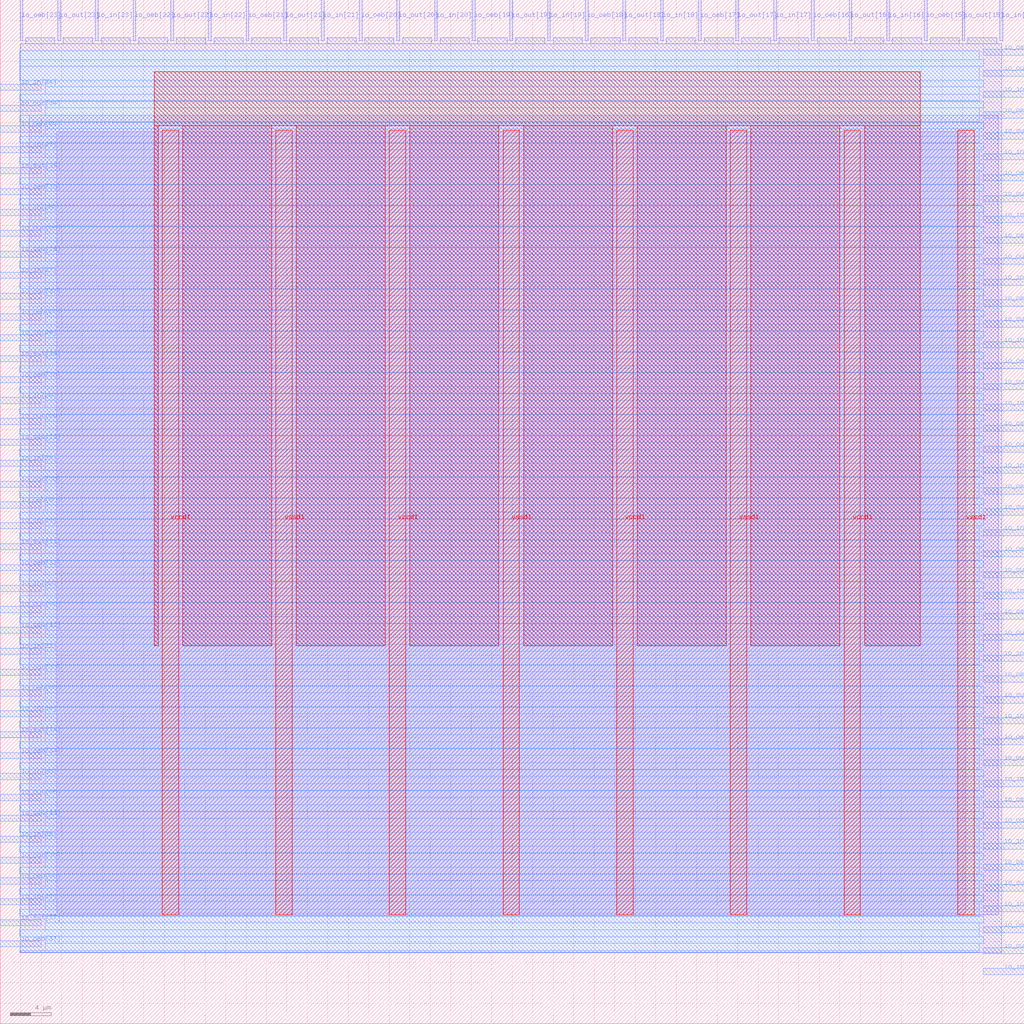
<source format=lef>
VERSION 5.7 ;
  NOWIREEXTENSIONATPIN ON ;
  DIVIDERCHAR "/" ;
  BUSBITCHARS "[]" ;
MACRO tiny_user_project
  CLASS BLOCK ;
  FOREIGN tiny_user_project ;
  ORIGIN 0.000 0.000 ;
  SIZE 100.000 BY 100.000 ;
  PIN io_in[0]
    DIRECTION INPUT ;
    USE SIGNAL ;
    PORT
      LAYER met3 ;
        RECT 96.000 4.800 100.000 5.400 ;
    END
  END io_in[0]
  PIN io_in[10]
    DIRECTION INPUT ;
    USE SIGNAL ;
    PORT
      LAYER met3 ;
        RECT 96.000 66.000 100.000 66.600 ;
    END
  END io_in[10]
  PIN io_in[11]
    DIRECTION INPUT ;
    USE SIGNAL ;
    PORT
      LAYER met3 ;
        RECT 96.000 72.120 100.000 72.720 ;
    END
  END io_in[11]
  PIN io_in[12]
    DIRECTION INPUT ;
    USE SIGNAL ;
    PORT
      LAYER met3 ;
        RECT 96.000 78.240 100.000 78.840 ;
    END
  END io_in[12]
  PIN io_in[13]
    DIRECTION INPUT ;
    USE SIGNAL ;
    PORT
      LAYER met3 ;
        RECT 96.000 84.360 100.000 84.960 ;
    END
  END io_in[13]
  PIN io_in[14]
    DIRECTION INPUT ;
    USE SIGNAL ;
    PORT
      LAYER met3 ;
        RECT 96.000 90.480 100.000 91.080 ;
    END
  END io_in[14]
  PIN io_in[15]
    DIRECTION INPUT ;
    USE SIGNAL ;
    PORT
      LAYER met2 ;
        RECT 97.610 96.000 97.890 100.000 ;
    END
  END io_in[15]
  PIN io_in[16]
    DIRECTION INPUT ;
    USE SIGNAL ;
    PORT
      LAYER met2 ;
        RECT 86.570 96.000 86.850 100.000 ;
    END
  END io_in[16]
  PIN io_in[17]
    DIRECTION INPUT ;
    USE SIGNAL ;
    PORT
      LAYER met2 ;
        RECT 75.530 96.000 75.810 100.000 ;
    END
  END io_in[17]
  PIN io_in[18]
    DIRECTION INPUT ;
    USE SIGNAL ;
    PORT
      LAYER met2 ;
        RECT 64.490 96.000 64.770 100.000 ;
    END
  END io_in[18]
  PIN io_in[19]
    DIRECTION INPUT ;
    USE SIGNAL ;
    PORT
      LAYER met2 ;
        RECT 53.450 96.000 53.730 100.000 ;
    END
  END io_in[19]
  PIN io_in[1]
    DIRECTION INPUT ;
    USE SIGNAL ;
    PORT
      LAYER met3 ;
        RECT 96.000 10.920 100.000 11.520 ;
    END
  END io_in[1]
  PIN io_in[20]
    DIRECTION INPUT ;
    USE SIGNAL ;
    PORT
      LAYER met2 ;
        RECT 42.410 96.000 42.690 100.000 ;
    END
  END io_in[20]
  PIN io_in[21]
    DIRECTION INPUT ;
    USE SIGNAL ;
    PORT
      LAYER met2 ;
        RECT 31.370 96.000 31.650 100.000 ;
    END
  END io_in[21]
  PIN io_in[22]
    DIRECTION INPUT ;
    USE SIGNAL ;
    PORT
      LAYER met2 ;
        RECT 20.330 96.000 20.610 100.000 ;
    END
  END io_in[22]
  PIN io_in[23]
    DIRECTION INPUT ;
    USE SIGNAL ;
    PORT
      LAYER met2 ;
        RECT 9.290 96.000 9.570 100.000 ;
    END
  END io_in[23]
  PIN io_in[24]
    DIRECTION INPUT ;
    USE SIGNAL ;
    PORT
      LAYER met3 ;
        RECT 0.000 91.160 4.000 91.760 ;
    END
  END io_in[24]
  PIN io_in[25]
    DIRECTION INPUT ;
    USE SIGNAL ;
    PORT
      LAYER met3 ;
        RECT 0.000 85.040 4.000 85.640 ;
    END
  END io_in[25]
  PIN io_in[26]
    DIRECTION INPUT ;
    USE SIGNAL ;
    PORT
      LAYER met3 ;
        RECT 0.000 78.920 4.000 79.520 ;
    END
  END io_in[26]
  PIN io_in[27]
    DIRECTION INPUT ;
    USE SIGNAL ;
    PORT
      LAYER met3 ;
        RECT 0.000 72.800 4.000 73.400 ;
    END
  END io_in[27]
  PIN io_in[28]
    DIRECTION INPUT ;
    USE SIGNAL ;
    PORT
      LAYER met3 ;
        RECT 0.000 66.680 4.000 67.280 ;
    END
  END io_in[28]
  PIN io_in[29]
    DIRECTION INPUT ;
    USE SIGNAL ;
    PORT
      LAYER met3 ;
        RECT 0.000 60.560 4.000 61.160 ;
    END
  END io_in[29]
  PIN io_in[2]
    DIRECTION INPUT ;
    USE SIGNAL ;
    PORT
      LAYER met3 ;
        RECT 96.000 17.040 100.000 17.640 ;
    END
  END io_in[2]
  PIN io_in[30]
    DIRECTION INPUT ;
    USE SIGNAL ;
    PORT
      LAYER met3 ;
        RECT 0.000 54.440 4.000 55.040 ;
    END
  END io_in[30]
  PIN io_in[31]
    DIRECTION INPUT ;
    USE SIGNAL ;
    PORT
      LAYER met3 ;
        RECT 0.000 48.320 4.000 48.920 ;
    END
  END io_in[31]
  PIN io_in[32]
    DIRECTION INPUT ;
    USE SIGNAL ;
    PORT
      LAYER met3 ;
        RECT 0.000 42.200 4.000 42.800 ;
    END
  END io_in[32]
  PIN io_in[33]
    DIRECTION INPUT ;
    USE SIGNAL ;
    PORT
      LAYER met3 ;
        RECT 0.000 36.080 4.000 36.680 ;
    END
  END io_in[33]
  PIN io_in[34]
    DIRECTION INPUT ;
    USE SIGNAL ;
    PORT
      LAYER met3 ;
        RECT 0.000 29.960 4.000 30.560 ;
    END
  END io_in[34]
  PIN io_in[35]
    DIRECTION INPUT ;
    USE SIGNAL ;
    PORT
      LAYER met3 ;
        RECT 0.000 23.840 4.000 24.440 ;
    END
  END io_in[35]
  PIN io_in[36]
    DIRECTION INPUT ;
    USE SIGNAL ;
    PORT
      LAYER met3 ;
        RECT 0.000 17.720 4.000 18.320 ;
    END
  END io_in[36]
  PIN io_in[37]
    DIRECTION INPUT ;
    USE SIGNAL ;
    PORT
      LAYER met3 ;
        RECT 0.000 11.600 4.000 12.200 ;
    END
  END io_in[37]
  PIN io_in[3]
    DIRECTION INPUT ;
    USE SIGNAL ;
    PORT
      LAYER met3 ;
        RECT 96.000 23.160 100.000 23.760 ;
    END
  END io_in[3]
  PIN io_in[4]
    DIRECTION INPUT ;
    USE SIGNAL ;
    PORT
      LAYER met3 ;
        RECT 96.000 29.280 100.000 29.880 ;
    END
  END io_in[4]
  PIN io_in[5]
    DIRECTION INPUT ;
    USE SIGNAL ;
    PORT
      LAYER met3 ;
        RECT 96.000 35.400 100.000 36.000 ;
    END
  END io_in[5]
  PIN io_in[6]
    DIRECTION INPUT ;
    USE SIGNAL ;
    PORT
      LAYER met3 ;
        RECT 96.000 41.520 100.000 42.120 ;
    END
  END io_in[6]
  PIN io_in[7]
    DIRECTION INPUT ;
    USE SIGNAL ;
    PORT
      LAYER met3 ;
        RECT 96.000 47.640 100.000 48.240 ;
    END
  END io_in[7]
  PIN io_in[8]
    DIRECTION INPUT ;
    USE SIGNAL ;
    PORT
      LAYER met3 ;
        RECT 96.000 53.760 100.000 54.360 ;
    END
  END io_in[8]
  PIN io_in[9]
    DIRECTION INPUT ;
    USE SIGNAL ;
    PORT
      LAYER met3 ;
        RECT 96.000 59.880 100.000 60.480 ;
    END
  END io_in[9]
  PIN io_oeb[0]
    DIRECTION OUTPUT TRISTATE ;
    USE SIGNAL ;
    PORT
      LAYER met3 ;
        RECT 96.000 8.880 100.000 9.480 ;
    END
  END io_oeb[0]
  PIN io_oeb[10]
    DIRECTION OUTPUT TRISTATE ;
    USE SIGNAL ;
    PORT
      LAYER met3 ;
        RECT 96.000 70.080 100.000 70.680 ;
    END
  END io_oeb[10]
  PIN io_oeb[11]
    DIRECTION OUTPUT TRISTATE ;
    USE SIGNAL ;
    PORT
      LAYER met3 ;
        RECT 96.000 76.200 100.000 76.800 ;
    END
  END io_oeb[11]
  PIN io_oeb[12]
    DIRECTION OUTPUT TRISTATE ;
    USE SIGNAL ;
    PORT
      LAYER met3 ;
        RECT 96.000 82.320 100.000 82.920 ;
    END
  END io_oeb[12]
  PIN io_oeb[13]
    DIRECTION OUTPUT TRISTATE ;
    USE SIGNAL ;
    PORT
      LAYER met3 ;
        RECT 96.000 88.440 100.000 89.040 ;
    END
  END io_oeb[13]
  PIN io_oeb[14]
    DIRECTION OUTPUT TRISTATE ;
    USE SIGNAL ;
    PORT
      LAYER met3 ;
        RECT 96.000 94.560 100.000 95.160 ;
    END
  END io_oeb[14]
  PIN io_oeb[15]
    DIRECTION OUTPUT TRISTATE ;
    USE SIGNAL ;
    PORT
      LAYER met2 ;
        RECT 90.250 96.000 90.530 100.000 ;
    END
  END io_oeb[15]
  PIN io_oeb[16]
    DIRECTION OUTPUT TRISTATE ;
    USE SIGNAL ;
    PORT
      LAYER met2 ;
        RECT 79.210 96.000 79.490 100.000 ;
    END
  END io_oeb[16]
  PIN io_oeb[17]
    DIRECTION OUTPUT TRISTATE ;
    USE SIGNAL ;
    PORT
      LAYER met2 ;
        RECT 68.170 96.000 68.450 100.000 ;
    END
  END io_oeb[17]
  PIN io_oeb[18]
    DIRECTION OUTPUT TRISTATE ;
    USE SIGNAL ;
    PORT
      LAYER met2 ;
        RECT 57.130 96.000 57.410 100.000 ;
    END
  END io_oeb[18]
  PIN io_oeb[19]
    DIRECTION OUTPUT TRISTATE ;
    USE SIGNAL ;
    PORT
      LAYER met2 ;
        RECT 46.090 96.000 46.370 100.000 ;
    END
  END io_oeb[19]
  PIN io_oeb[1]
    DIRECTION OUTPUT TRISTATE ;
    USE SIGNAL ;
    PORT
      LAYER met3 ;
        RECT 96.000 15.000 100.000 15.600 ;
    END
  END io_oeb[1]
  PIN io_oeb[20]
    DIRECTION OUTPUT TRISTATE ;
    USE SIGNAL ;
    PORT
      LAYER met2 ;
        RECT 35.050 96.000 35.330 100.000 ;
    END
  END io_oeb[20]
  PIN io_oeb[21]
    DIRECTION OUTPUT TRISTATE ;
    USE SIGNAL ;
    PORT
      LAYER met2 ;
        RECT 24.010 96.000 24.290 100.000 ;
    END
  END io_oeb[21]
  PIN io_oeb[22]
    DIRECTION OUTPUT TRISTATE ;
    USE SIGNAL ;
    PORT
      LAYER met2 ;
        RECT 12.970 96.000 13.250 100.000 ;
    END
  END io_oeb[22]
  PIN io_oeb[23]
    DIRECTION OUTPUT TRISTATE ;
    USE SIGNAL ;
    PORT
      LAYER met2 ;
        RECT 1.930 96.000 2.210 100.000 ;
    END
  END io_oeb[23]
  PIN io_oeb[24]
    DIRECTION OUTPUT TRISTATE ;
    USE SIGNAL ;
    PORT
      LAYER met3 ;
        RECT 0.000 87.080 4.000 87.680 ;
    END
  END io_oeb[24]
  PIN io_oeb[25]
    DIRECTION OUTPUT TRISTATE ;
    USE SIGNAL ;
    PORT
      LAYER met3 ;
        RECT 0.000 80.960 4.000 81.560 ;
    END
  END io_oeb[25]
  PIN io_oeb[26]
    DIRECTION OUTPUT TRISTATE ;
    USE SIGNAL ;
    PORT
      LAYER met3 ;
        RECT 0.000 74.840 4.000 75.440 ;
    END
  END io_oeb[26]
  PIN io_oeb[27]
    DIRECTION OUTPUT TRISTATE ;
    USE SIGNAL ;
    PORT
      LAYER met3 ;
        RECT 0.000 68.720 4.000 69.320 ;
    END
  END io_oeb[27]
  PIN io_oeb[28]
    DIRECTION OUTPUT TRISTATE ;
    USE SIGNAL ;
    PORT
      LAYER met3 ;
        RECT 0.000 62.600 4.000 63.200 ;
    END
  END io_oeb[28]
  PIN io_oeb[29]
    DIRECTION OUTPUT TRISTATE ;
    USE SIGNAL ;
    PORT
      LAYER met3 ;
        RECT 0.000 56.480 4.000 57.080 ;
    END
  END io_oeb[29]
  PIN io_oeb[2]
    DIRECTION OUTPUT TRISTATE ;
    USE SIGNAL ;
    PORT
      LAYER met3 ;
        RECT 96.000 21.120 100.000 21.720 ;
    END
  END io_oeb[2]
  PIN io_oeb[30]
    DIRECTION OUTPUT TRISTATE ;
    USE SIGNAL ;
    PORT
      LAYER met3 ;
        RECT 0.000 50.360 4.000 50.960 ;
    END
  END io_oeb[30]
  PIN io_oeb[31]
    DIRECTION OUTPUT TRISTATE ;
    USE SIGNAL ;
    PORT
      LAYER met3 ;
        RECT 0.000 44.240 4.000 44.840 ;
    END
  END io_oeb[31]
  PIN io_oeb[32]
    DIRECTION OUTPUT TRISTATE ;
    USE SIGNAL ;
    PORT
      LAYER met3 ;
        RECT 0.000 38.120 4.000 38.720 ;
    END
  END io_oeb[32]
  PIN io_oeb[33]
    DIRECTION OUTPUT TRISTATE ;
    USE SIGNAL ;
    PORT
      LAYER met3 ;
        RECT 0.000 32.000 4.000 32.600 ;
    END
  END io_oeb[33]
  PIN io_oeb[34]
    DIRECTION OUTPUT TRISTATE ;
    USE SIGNAL ;
    PORT
      LAYER met3 ;
        RECT 0.000 25.880 4.000 26.480 ;
    END
  END io_oeb[34]
  PIN io_oeb[35]
    DIRECTION OUTPUT TRISTATE ;
    USE SIGNAL ;
    PORT
      LAYER met3 ;
        RECT 0.000 19.760 4.000 20.360 ;
    END
  END io_oeb[35]
  PIN io_oeb[36]
    DIRECTION OUTPUT TRISTATE ;
    USE SIGNAL ;
    PORT
      LAYER met3 ;
        RECT 0.000 13.640 4.000 14.240 ;
    END
  END io_oeb[36]
  PIN io_oeb[37]
    DIRECTION OUTPUT TRISTATE ;
    USE SIGNAL ;
    PORT
      LAYER met3 ;
        RECT 0.000 7.520 4.000 8.120 ;
    END
  END io_oeb[37]
  PIN io_oeb[3]
    DIRECTION OUTPUT TRISTATE ;
    USE SIGNAL ;
    PORT
      LAYER met3 ;
        RECT 96.000 27.240 100.000 27.840 ;
    END
  END io_oeb[3]
  PIN io_oeb[4]
    DIRECTION OUTPUT TRISTATE ;
    USE SIGNAL ;
    PORT
      LAYER met3 ;
        RECT 96.000 33.360 100.000 33.960 ;
    END
  END io_oeb[4]
  PIN io_oeb[5]
    DIRECTION OUTPUT TRISTATE ;
    USE SIGNAL ;
    PORT
      LAYER met3 ;
        RECT 96.000 39.480 100.000 40.080 ;
    END
  END io_oeb[5]
  PIN io_oeb[6]
    DIRECTION OUTPUT TRISTATE ;
    USE SIGNAL ;
    PORT
      LAYER met3 ;
        RECT 96.000 45.600 100.000 46.200 ;
    END
  END io_oeb[6]
  PIN io_oeb[7]
    DIRECTION OUTPUT TRISTATE ;
    USE SIGNAL ;
    PORT
      LAYER met3 ;
        RECT 96.000 51.720 100.000 52.320 ;
    END
  END io_oeb[7]
  PIN io_oeb[8]
    DIRECTION OUTPUT TRISTATE ;
    USE SIGNAL ;
    PORT
      LAYER met3 ;
        RECT 96.000 57.840 100.000 58.440 ;
    END
  END io_oeb[8]
  PIN io_oeb[9]
    DIRECTION OUTPUT TRISTATE ;
    USE SIGNAL ;
    PORT
      LAYER met3 ;
        RECT 96.000 63.960 100.000 64.560 ;
    END
  END io_oeb[9]
  PIN io_out[0]
    DIRECTION OUTPUT TRISTATE ;
    USE SIGNAL ;
    PORT
      LAYER met3 ;
        RECT 96.000 6.840 100.000 7.440 ;
    END
  END io_out[0]
  PIN io_out[10]
    DIRECTION OUTPUT TRISTATE ;
    USE SIGNAL ;
    PORT
      LAYER met3 ;
        RECT 96.000 68.040 100.000 68.640 ;
    END
  END io_out[10]
  PIN io_out[11]
    DIRECTION OUTPUT TRISTATE ;
    USE SIGNAL ;
    PORT
      LAYER met3 ;
        RECT 96.000 74.160 100.000 74.760 ;
    END
  END io_out[11]
  PIN io_out[12]
    DIRECTION OUTPUT TRISTATE ;
    USE SIGNAL ;
    PORT
      LAYER met3 ;
        RECT 96.000 80.280 100.000 80.880 ;
    END
  END io_out[12]
  PIN io_out[13]
    DIRECTION OUTPUT TRISTATE ;
    USE SIGNAL ;
    PORT
      LAYER met3 ;
        RECT 96.000 86.400 100.000 87.000 ;
    END
  END io_out[13]
  PIN io_out[14]
    DIRECTION OUTPUT TRISTATE ;
    USE SIGNAL ;
    PORT
      LAYER met3 ;
        RECT 96.000 92.520 100.000 93.120 ;
    END
  END io_out[14]
  PIN io_out[15]
    DIRECTION OUTPUT TRISTATE ;
    USE SIGNAL ;
    PORT
      LAYER met2 ;
        RECT 93.930 96.000 94.210 100.000 ;
    END
  END io_out[15]
  PIN io_out[16]
    DIRECTION OUTPUT TRISTATE ;
    USE SIGNAL ;
    PORT
      LAYER met2 ;
        RECT 82.890 96.000 83.170 100.000 ;
    END
  END io_out[16]
  PIN io_out[17]
    DIRECTION OUTPUT TRISTATE ;
    USE SIGNAL ;
    PORT
      LAYER met2 ;
        RECT 71.850 96.000 72.130 100.000 ;
    END
  END io_out[17]
  PIN io_out[18]
    DIRECTION OUTPUT TRISTATE ;
    USE SIGNAL ;
    PORT
      LAYER met2 ;
        RECT 60.810 96.000 61.090 100.000 ;
    END
  END io_out[18]
  PIN io_out[19]
    DIRECTION OUTPUT TRISTATE ;
    USE SIGNAL ;
    PORT
      LAYER met2 ;
        RECT 49.770 96.000 50.050 100.000 ;
    END
  END io_out[19]
  PIN io_out[1]
    DIRECTION OUTPUT TRISTATE ;
    USE SIGNAL ;
    PORT
      LAYER met3 ;
        RECT 96.000 12.960 100.000 13.560 ;
    END
  END io_out[1]
  PIN io_out[20]
    DIRECTION OUTPUT TRISTATE ;
    USE SIGNAL ;
    PORT
      LAYER met2 ;
        RECT 38.730 96.000 39.010 100.000 ;
    END
  END io_out[20]
  PIN io_out[21]
    DIRECTION OUTPUT TRISTATE ;
    USE SIGNAL ;
    PORT
      LAYER met2 ;
        RECT 27.690 96.000 27.970 100.000 ;
    END
  END io_out[21]
  PIN io_out[22]
    DIRECTION OUTPUT TRISTATE ;
    USE SIGNAL ;
    PORT
      LAYER met2 ;
        RECT 16.650 96.000 16.930 100.000 ;
    END
  END io_out[22]
  PIN io_out[23]
    DIRECTION OUTPUT TRISTATE ;
    USE SIGNAL ;
    PORT
      LAYER met2 ;
        RECT 5.610 96.000 5.890 100.000 ;
    END
  END io_out[23]
  PIN io_out[24]
    DIRECTION OUTPUT TRISTATE ;
    USE SIGNAL ;
    PORT
      LAYER met3 ;
        RECT 0.000 89.120 4.000 89.720 ;
    END
  END io_out[24]
  PIN io_out[25]
    DIRECTION OUTPUT TRISTATE ;
    USE SIGNAL ;
    PORT
      LAYER met3 ;
        RECT 0.000 83.000 4.000 83.600 ;
    END
  END io_out[25]
  PIN io_out[26]
    DIRECTION OUTPUT TRISTATE ;
    USE SIGNAL ;
    PORT
      LAYER met3 ;
        RECT 0.000 76.880 4.000 77.480 ;
    END
  END io_out[26]
  PIN io_out[27]
    DIRECTION OUTPUT TRISTATE ;
    USE SIGNAL ;
    PORT
      LAYER met3 ;
        RECT 0.000 70.760 4.000 71.360 ;
    END
  END io_out[27]
  PIN io_out[28]
    DIRECTION OUTPUT TRISTATE ;
    USE SIGNAL ;
    PORT
      LAYER met3 ;
        RECT 0.000 64.640 4.000 65.240 ;
    END
  END io_out[28]
  PIN io_out[29]
    DIRECTION OUTPUT TRISTATE ;
    USE SIGNAL ;
    PORT
      LAYER met3 ;
        RECT 0.000 58.520 4.000 59.120 ;
    END
  END io_out[29]
  PIN io_out[2]
    DIRECTION OUTPUT TRISTATE ;
    USE SIGNAL ;
    PORT
      LAYER met3 ;
        RECT 96.000 19.080 100.000 19.680 ;
    END
  END io_out[2]
  PIN io_out[30]
    DIRECTION OUTPUT TRISTATE ;
    USE SIGNAL ;
    PORT
      LAYER met3 ;
        RECT 0.000 52.400 4.000 53.000 ;
    END
  END io_out[30]
  PIN io_out[31]
    DIRECTION OUTPUT TRISTATE ;
    USE SIGNAL ;
    PORT
      LAYER met3 ;
        RECT 0.000 46.280 4.000 46.880 ;
    END
  END io_out[31]
  PIN io_out[32]
    DIRECTION OUTPUT TRISTATE ;
    USE SIGNAL ;
    PORT
      LAYER met3 ;
        RECT 0.000 40.160 4.000 40.760 ;
    END
  END io_out[32]
  PIN io_out[33]
    DIRECTION OUTPUT TRISTATE ;
    USE SIGNAL ;
    PORT
      LAYER met3 ;
        RECT 0.000 34.040 4.000 34.640 ;
    END
  END io_out[33]
  PIN io_out[34]
    DIRECTION OUTPUT TRISTATE ;
    USE SIGNAL ;
    PORT
      LAYER met3 ;
        RECT 0.000 27.920 4.000 28.520 ;
    END
  END io_out[34]
  PIN io_out[35]
    DIRECTION OUTPUT TRISTATE ;
    USE SIGNAL ;
    PORT
      LAYER met3 ;
        RECT 0.000 21.800 4.000 22.400 ;
    END
  END io_out[35]
  PIN io_out[36]
    DIRECTION OUTPUT TRISTATE ;
    USE SIGNAL ;
    PORT
      LAYER met3 ;
        RECT 0.000 15.680 4.000 16.280 ;
    END
  END io_out[36]
  PIN io_out[37]
    DIRECTION OUTPUT TRISTATE ;
    USE SIGNAL ;
    PORT
      LAYER met3 ;
        RECT 0.000 9.560 4.000 10.160 ;
    END
  END io_out[37]
  PIN io_out[3]
    DIRECTION OUTPUT TRISTATE ;
    USE SIGNAL ;
    PORT
      LAYER met3 ;
        RECT 96.000 25.200 100.000 25.800 ;
    END
  END io_out[3]
  PIN io_out[4]
    DIRECTION OUTPUT TRISTATE ;
    USE SIGNAL ;
    PORT
      LAYER met3 ;
        RECT 96.000 31.320 100.000 31.920 ;
    END
  END io_out[4]
  PIN io_out[5]
    DIRECTION OUTPUT TRISTATE ;
    USE SIGNAL ;
    PORT
      LAYER met3 ;
        RECT 96.000 37.440 100.000 38.040 ;
    END
  END io_out[5]
  PIN io_out[6]
    DIRECTION OUTPUT TRISTATE ;
    USE SIGNAL ;
    PORT
      LAYER met3 ;
        RECT 96.000 43.560 100.000 44.160 ;
    END
  END io_out[6]
  PIN io_out[7]
    DIRECTION OUTPUT TRISTATE ;
    USE SIGNAL ;
    PORT
      LAYER met3 ;
        RECT 96.000 49.680 100.000 50.280 ;
    END
  END io_out[7]
  PIN io_out[8]
    DIRECTION OUTPUT TRISTATE ;
    USE SIGNAL ;
    PORT
      LAYER met3 ;
        RECT 96.000 55.800 100.000 56.400 ;
    END
  END io_out[8]
  PIN io_out[9]
    DIRECTION OUTPUT TRISTATE ;
    USE SIGNAL ;
    PORT
      LAYER met3 ;
        RECT 96.000 61.920 100.000 62.520 ;
    END
  END io_out[9]
  PIN vccd1
    DIRECTION INOUT ;
    USE POWER ;
    PORT
      LAYER met4 ;
        RECT 15.815 10.640 17.415 87.280 ;
    END
    PORT
      LAYER met4 ;
        RECT 38.010 10.640 39.610 87.280 ;
    END
    PORT
      LAYER met4 ;
        RECT 60.205 10.640 61.805 87.280 ;
    END
    PORT
      LAYER met4 ;
        RECT 82.400 10.640 84.000 87.280 ;
    END
  END vccd1
  PIN vssd1
    DIRECTION INOUT ;
    USE GROUND ;
    PORT
      LAYER met4 ;
        RECT 26.910 10.640 28.510 87.280 ;
    END
    PORT
      LAYER met4 ;
        RECT 49.105 10.640 50.705 87.280 ;
    END
    PORT
      LAYER met4 ;
        RECT 71.300 10.640 72.900 87.280 ;
    END
    PORT
      LAYER met4 ;
        RECT 93.495 10.640 95.095 87.280 ;
    END
  END vssd1
  OBS
      LAYER li1 ;
        RECT 5.520 10.795 94.300 87.125 ;
      LAYER met1 ;
        RECT 2.830 10.640 97.450 88.700 ;
      LAYER met2 ;
        RECT 2.490 95.720 5.330 96.290 ;
        RECT 6.170 95.720 9.010 96.290 ;
        RECT 9.850 95.720 12.690 96.290 ;
        RECT 13.530 95.720 16.370 96.290 ;
        RECT 17.210 95.720 20.050 96.290 ;
        RECT 20.890 95.720 23.730 96.290 ;
        RECT 24.570 95.720 27.410 96.290 ;
        RECT 28.250 95.720 31.090 96.290 ;
        RECT 31.930 95.720 34.770 96.290 ;
        RECT 35.610 95.720 38.450 96.290 ;
        RECT 39.290 95.720 42.130 96.290 ;
        RECT 42.970 95.720 45.810 96.290 ;
        RECT 46.650 95.720 49.490 96.290 ;
        RECT 50.330 95.720 53.170 96.290 ;
        RECT 54.010 95.720 56.850 96.290 ;
        RECT 57.690 95.720 60.530 96.290 ;
        RECT 61.370 95.720 64.210 96.290 ;
        RECT 65.050 95.720 67.890 96.290 ;
        RECT 68.730 95.720 71.570 96.290 ;
        RECT 72.410 95.720 75.250 96.290 ;
        RECT 76.090 95.720 78.930 96.290 ;
        RECT 79.770 95.720 82.610 96.290 ;
        RECT 83.450 95.720 86.290 96.290 ;
        RECT 87.130 95.720 89.970 96.290 ;
        RECT 90.810 95.720 93.650 96.290 ;
        RECT 94.490 95.720 97.330 96.290 ;
        RECT 1.930 6.955 97.820 95.720 ;
      LAYER met3 ;
        RECT 1.905 94.160 95.600 95.025 ;
        RECT 1.905 93.520 96.060 94.160 ;
        RECT 1.905 92.160 95.600 93.520 ;
        RECT 4.400 92.120 95.600 92.160 ;
        RECT 4.400 91.480 96.060 92.120 ;
        RECT 4.400 90.760 95.600 91.480 ;
        RECT 1.905 90.120 95.600 90.760 ;
        RECT 4.400 90.080 95.600 90.120 ;
        RECT 4.400 89.440 96.060 90.080 ;
        RECT 4.400 88.720 95.600 89.440 ;
        RECT 1.905 88.080 95.600 88.720 ;
        RECT 4.400 88.040 95.600 88.080 ;
        RECT 4.400 87.400 96.060 88.040 ;
        RECT 4.400 86.680 95.600 87.400 ;
        RECT 1.905 86.040 95.600 86.680 ;
        RECT 4.400 86.000 95.600 86.040 ;
        RECT 4.400 85.360 96.060 86.000 ;
        RECT 4.400 84.640 95.600 85.360 ;
        RECT 1.905 84.000 95.600 84.640 ;
        RECT 4.400 83.960 95.600 84.000 ;
        RECT 4.400 83.320 96.060 83.960 ;
        RECT 4.400 82.600 95.600 83.320 ;
        RECT 1.905 81.960 95.600 82.600 ;
        RECT 4.400 81.920 95.600 81.960 ;
        RECT 4.400 81.280 96.060 81.920 ;
        RECT 4.400 80.560 95.600 81.280 ;
        RECT 1.905 79.920 95.600 80.560 ;
        RECT 4.400 79.880 95.600 79.920 ;
        RECT 4.400 79.240 96.060 79.880 ;
        RECT 4.400 78.520 95.600 79.240 ;
        RECT 1.905 77.880 95.600 78.520 ;
        RECT 4.400 77.840 95.600 77.880 ;
        RECT 4.400 77.200 96.060 77.840 ;
        RECT 4.400 76.480 95.600 77.200 ;
        RECT 1.905 75.840 95.600 76.480 ;
        RECT 4.400 75.800 95.600 75.840 ;
        RECT 4.400 75.160 96.060 75.800 ;
        RECT 4.400 74.440 95.600 75.160 ;
        RECT 1.905 73.800 95.600 74.440 ;
        RECT 4.400 73.760 95.600 73.800 ;
        RECT 4.400 73.120 96.060 73.760 ;
        RECT 4.400 72.400 95.600 73.120 ;
        RECT 1.905 71.760 95.600 72.400 ;
        RECT 4.400 71.720 95.600 71.760 ;
        RECT 4.400 71.080 96.060 71.720 ;
        RECT 4.400 70.360 95.600 71.080 ;
        RECT 1.905 69.720 95.600 70.360 ;
        RECT 4.400 69.680 95.600 69.720 ;
        RECT 4.400 69.040 96.060 69.680 ;
        RECT 4.400 68.320 95.600 69.040 ;
        RECT 1.905 67.680 95.600 68.320 ;
        RECT 4.400 67.640 95.600 67.680 ;
        RECT 4.400 67.000 96.060 67.640 ;
        RECT 4.400 66.280 95.600 67.000 ;
        RECT 1.905 65.640 95.600 66.280 ;
        RECT 4.400 65.600 95.600 65.640 ;
        RECT 4.400 64.960 96.060 65.600 ;
        RECT 4.400 64.240 95.600 64.960 ;
        RECT 1.905 63.600 95.600 64.240 ;
        RECT 4.400 63.560 95.600 63.600 ;
        RECT 4.400 62.920 96.060 63.560 ;
        RECT 4.400 62.200 95.600 62.920 ;
        RECT 1.905 61.560 95.600 62.200 ;
        RECT 4.400 61.520 95.600 61.560 ;
        RECT 4.400 60.880 96.060 61.520 ;
        RECT 4.400 60.160 95.600 60.880 ;
        RECT 1.905 59.520 95.600 60.160 ;
        RECT 4.400 59.480 95.600 59.520 ;
        RECT 4.400 58.840 96.060 59.480 ;
        RECT 4.400 58.120 95.600 58.840 ;
        RECT 1.905 57.480 95.600 58.120 ;
        RECT 4.400 57.440 95.600 57.480 ;
        RECT 4.400 56.800 96.060 57.440 ;
        RECT 4.400 56.080 95.600 56.800 ;
        RECT 1.905 55.440 95.600 56.080 ;
        RECT 4.400 55.400 95.600 55.440 ;
        RECT 4.400 54.760 96.060 55.400 ;
        RECT 4.400 54.040 95.600 54.760 ;
        RECT 1.905 53.400 95.600 54.040 ;
        RECT 4.400 53.360 95.600 53.400 ;
        RECT 4.400 52.720 96.060 53.360 ;
        RECT 4.400 52.000 95.600 52.720 ;
        RECT 1.905 51.360 95.600 52.000 ;
        RECT 4.400 51.320 95.600 51.360 ;
        RECT 4.400 50.680 96.060 51.320 ;
        RECT 4.400 49.960 95.600 50.680 ;
        RECT 1.905 49.320 95.600 49.960 ;
        RECT 4.400 49.280 95.600 49.320 ;
        RECT 4.400 48.640 96.060 49.280 ;
        RECT 4.400 47.920 95.600 48.640 ;
        RECT 1.905 47.280 95.600 47.920 ;
        RECT 4.400 47.240 95.600 47.280 ;
        RECT 4.400 46.600 96.060 47.240 ;
        RECT 4.400 45.880 95.600 46.600 ;
        RECT 1.905 45.240 95.600 45.880 ;
        RECT 4.400 45.200 95.600 45.240 ;
        RECT 4.400 44.560 96.060 45.200 ;
        RECT 4.400 43.840 95.600 44.560 ;
        RECT 1.905 43.200 95.600 43.840 ;
        RECT 4.400 43.160 95.600 43.200 ;
        RECT 4.400 42.520 96.060 43.160 ;
        RECT 4.400 41.800 95.600 42.520 ;
        RECT 1.905 41.160 95.600 41.800 ;
        RECT 4.400 41.120 95.600 41.160 ;
        RECT 4.400 40.480 96.060 41.120 ;
        RECT 4.400 39.760 95.600 40.480 ;
        RECT 1.905 39.120 95.600 39.760 ;
        RECT 4.400 39.080 95.600 39.120 ;
        RECT 4.400 38.440 96.060 39.080 ;
        RECT 4.400 37.720 95.600 38.440 ;
        RECT 1.905 37.080 95.600 37.720 ;
        RECT 4.400 37.040 95.600 37.080 ;
        RECT 4.400 36.400 96.060 37.040 ;
        RECT 4.400 35.680 95.600 36.400 ;
        RECT 1.905 35.040 95.600 35.680 ;
        RECT 4.400 35.000 95.600 35.040 ;
        RECT 4.400 34.360 96.060 35.000 ;
        RECT 4.400 33.640 95.600 34.360 ;
        RECT 1.905 33.000 95.600 33.640 ;
        RECT 4.400 32.960 95.600 33.000 ;
        RECT 4.400 32.320 96.060 32.960 ;
        RECT 4.400 31.600 95.600 32.320 ;
        RECT 1.905 30.960 95.600 31.600 ;
        RECT 4.400 30.920 95.600 30.960 ;
        RECT 4.400 30.280 96.060 30.920 ;
        RECT 4.400 29.560 95.600 30.280 ;
        RECT 1.905 28.920 95.600 29.560 ;
        RECT 4.400 28.880 95.600 28.920 ;
        RECT 4.400 28.240 96.060 28.880 ;
        RECT 4.400 27.520 95.600 28.240 ;
        RECT 1.905 26.880 95.600 27.520 ;
        RECT 4.400 26.840 95.600 26.880 ;
        RECT 4.400 26.200 96.060 26.840 ;
        RECT 4.400 25.480 95.600 26.200 ;
        RECT 1.905 24.840 95.600 25.480 ;
        RECT 4.400 24.800 95.600 24.840 ;
        RECT 4.400 24.160 96.060 24.800 ;
        RECT 4.400 23.440 95.600 24.160 ;
        RECT 1.905 22.800 95.600 23.440 ;
        RECT 4.400 22.760 95.600 22.800 ;
        RECT 4.400 22.120 96.060 22.760 ;
        RECT 4.400 21.400 95.600 22.120 ;
        RECT 1.905 20.760 95.600 21.400 ;
        RECT 4.400 20.720 95.600 20.760 ;
        RECT 4.400 20.080 96.060 20.720 ;
        RECT 4.400 19.360 95.600 20.080 ;
        RECT 1.905 18.720 95.600 19.360 ;
        RECT 4.400 18.680 95.600 18.720 ;
        RECT 4.400 18.040 96.060 18.680 ;
        RECT 4.400 17.320 95.600 18.040 ;
        RECT 1.905 16.680 95.600 17.320 ;
        RECT 4.400 16.640 95.600 16.680 ;
        RECT 4.400 16.000 96.060 16.640 ;
        RECT 4.400 15.280 95.600 16.000 ;
        RECT 1.905 14.640 95.600 15.280 ;
        RECT 4.400 14.600 95.600 14.640 ;
        RECT 4.400 13.960 96.060 14.600 ;
        RECT 4.400 13.240 95.600 13.960 ;
        RECT 1.905 12.600 95.600 13.240 ;
        RECT 4.400 12.560 95.600 12.600 ;
        RECT 4.400 11.920 96.060 12.560 ;
        RECT 4.400 11.200 95.600 11.920 ;
        RECT 1.905 10.560 95.600 11.200 ;
        RECT 4.400 10.520 95.600 10.560 ;
        RECT 4.400 9.880 96.060 10.520 ;
        RECT 4.400 9.160 95.600 9.880 ;
        RECT 1.905 8.520 95.600 9.160 ;
        RECT 4.400 8.480 95.600 8.520 ;
        RECT 4.400 7.840 96.060 8.480 ;
        RECT 4.400 7.120 95.600 7.840 ;
        RECT 1.905 6.975 95.600 7.120 ;
      LAYER met4 ;
        RECT 15.015 87.680 89.865 92.985 ;
        RECT 15.015 36.895 15.415 87.680 ;
        RECT 17.815 36.895 26.510 87.680 ;
        RECT 28.910 36.895 37.610 87.680 ;
        RECT 40.010 36.895 48.705 87.680 ;
        RECT 51.105 36.895 59.805 87.680 ;
        RECT 62.205 36.895 70.900 87.680 ;
        RECT 73.300 36.895 82.000 87.680 ;
        RECT 84.400 36.895 89.865 87.680 ;
  END
END tiny_user_project
END LIBRARY


</source>
